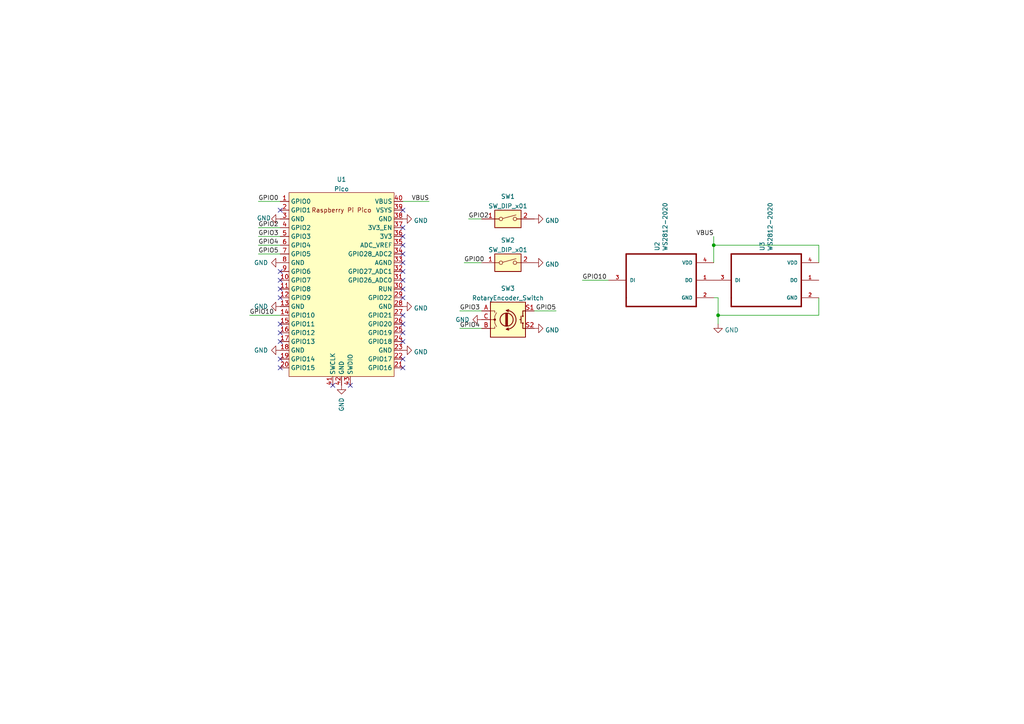
<source format=kicad_sch>
(kicad_sch (version 20211123) (generator eeschema)
  (paper "A4")
  (lib_symbols
    (symbol "Device:RotaryEncoder_Switch" (pin_names (offset 0.254) hide)
      (property "Reference" "SW" (at 0 6.604 0))
      (property "Value" "RotaryEncoder_Switch" (at 0 -6.604 0))
      (symbol "RotaryEncoder_Switch_0_1"
        (rectangle (start -5.08 5.08) (end 5.08 -5.08) (stroke (width 0.254)) (fill (type background)))
        (circle (center -3.81 0) (radius 0.254) (fill (type outline)))
        (arc (start -0.381 -2.794) (mid 2.3622 -0.0635) (end -0.381 2.667) (stroke (width 0.254)))
        (circle (center -0.381 0) (radius 1.905) (stroke (width 0.254)))
        (polyline (pts (xy -0.635 -1.778) (xy -0.635 1.778)) (stroke (width 0.254)))
        (polyline (pts (xy -0.381 -1.778) (xy -0.381 1.778)) (stroke (width 0.254)))
        (polyline (pts (xy -0.127 1.778) (xy -0.127 -1.778)) (stroke (width 0.254)))
        (polyline (pts (xy 3.81 0) (xy 3.429 0)) (stroke (width 0.254)))
        (polyline (pts (xy 3.81 1.016) (xy 3.81 -1.016)) (stroke (width 0.254)))
        (polyline (pts (xy -5.08 -2.54) (xy -3.81 -2.54) (xy -3.81 -2.032)))
        (polyline (pts (xy -5.08 2.54) (xy -3.81 2.54) (xy -3.81 2.032)))
        (polyline (pts (xy 0.254 -3.048) (xy -0.508 -2.794) (xy 0.127 -2.413)) (stroke (width 0.254)))
        (polyline (pts (xy 0.254 2.921) (xy -0.508 2.667) (xy 0.127 2.286)) (stroke (width 0.254)))
        (polyline (pts (xy 5.08 -2.54) (xy 4.318 -2.54) (xy 4.318 -1.016)) (stroke (width 0.254)))
        (polyline (pts (xy 5.08 2.54) (xy 4.318 2.54) (xy 4.318 1.016)) (stroke (width 0.254)))
        (polyline (pts (xy -5.08 0) (xy -3.81 0) (xy -3.81 -1.016) (xy -3.302 -2.032)))
        (polyline (pts (xy -4.318 0) (xy -3.81 0) (xy -3.81 1.016) (xy -3.302 2.032)))
        (circle (center 4.318 -1.016) (radius 0.127) (stroke (width 0.254)))
        (circle (center 4.318 1.016) (radius 0.127) (stroke (width 0.254)))
      )
      (symbol "RotaryEncoder_Switch_1_1"
        (pin passive line (at -7.62 2.54 0) (length 2.54) (name "A") (number "A"))
        (pin passive line (at -7.62 -2.54 0) (length 2.54) (name "B") (number "B"))
        (pin passive line (at -7.62 0 0) (length 2.54) (name "C") (number "C"))
        (pin passive line (at 7.62 2.54 180) (length 2.54) (name "S1") (number "S1"))
        (pin passive line (at 7.62 -2.54 180) (length 2.54) (name "S2") (number "S2"))
      )
    )
    (symbol "MCU_RaspberryPi_and_Boards:Pico"
      (property "Reference" "U" (at -13.97 27.94 0))
      (property "Value" "Pico" (at 0 19.05 0))
      (symbol "Pico_0_0"
        (text "Raspberry Pi Pico" (at 0 21.59 0) (effects (font (size 1.27 1.27))))
      )
      (symbol "Pico_0_1"
        (rectangle (start -15.24 26.67) (end 15.24 -26.67) (fill (type background)))
      )
      (symbol "Pico_1_1"
        (pin bidirectional line (at -17.78 24.13 0) (length 2.54) (name "GPIO0") (number "1"))
        (pin bidirectional line (at -17.78 1.27 0) (length 2.54) (name "GPIO7") (number "10"))
        (pin bidirectional line (at -17.78 -1.27 0) (length 2.54) (name "GPIO8") (number "11"))
        (pin bidirectional line (at -17.78 -3.81 0) (length 2.54) (name "GPIO9") (number "12"))
        (pin power_in line (at -17.78 -6.35 0) (length 2.54) (name "GND") (number "13"))
        (pin bidirectional line (at -17.78 -8.89 0) (length 2.54) (name "GPIO10") (number "14"))
        (pin bidirectional line (at -17.78 -11.43 0) (length 2.54) (name "GPIO11") (number "15"))
        (pin bidirectional line (at -17.78 -13.97 0) (length 2.54) (name "GPIO12") (number "16"))
        (pin bidirectional line (at -17.78 -16.51 0) (length 2.54) (name "GPIO13") (number "17"))
        (pin power_in line (at -17.78 -19.05 0) (length 2.54) (name "GND") (number "18"))
        (pin bidirectional line (at -17.78 -21.59 0) (length 2.54) (name "GPIO14") (number "19"))
        (pin bidirectional line (at -17.78 21.59 0) (length 2.54) (name "GPIO1") (number "2"))
        (pin bidirectional line (at -17.78 -24.13 0) (length 2.54) (name "GPIO15") (number "20"))
        (pin bidirectional line (at 17.78 -24.13 180) (length 2.54) (name "GPIO16") (number "21"))
        (pin bidirectional line (at 17.78 -21.59 180) (length 2.54) (name "GPIO17") (number "22"))
        (pin power_in line (at 17.78 -19.05 180) (length 2.54) (name "GND") (number "23"))
        (pin bidirectional line (at 17.78 -16.51 180) (length 2.54) (name "GPIO18") (number "24"))
        (pin bidirectional line (at 17.78 -13.97 180) (length 2.54) (name "GPIO19") (number "25"))
        (pin bidirectional line (at 17.78 -11.43 180) (length 2.54) (name "GPIO20") (number "26"))
        (pin bidirectional line (at 17.78 -8.89 180) (length 2.54) (name "GPIO21") (number "27"))
        (pin power_in line (at 17.78 -6.35 180) (length 2.54) (name "GND") (number "28"))
        (pin bidirectional line (at 17.78 -3.81 180) (length 2.54) (name "GPIO22") (number "29"))
        (pin power_in line (at -17.78 19.05 0) (length 2.54) (name "GND") (number "3"))
        (pin input line (at 17.78 -1.27 180) (length 2.54) (name "RUN") (number "30"))
        (pin bidirectional line (at 17.78 1.27 180) (length 2.54) (name "GPIO26_ADC0") (number "31"))
        (pin bidirectional line (at 17.78 3.81 180) (length 2.54) (name "GPIO27_ADC1") (number "32"))
        (pin power_in line (at 17.78 6.35 180) (length 2.54) (name "AGND") (number "33"))
        (pin bidirectional line (at 17.78 8.89 180) (length 2.54) (name "GPIO28_ADC2") (number "34"))
        (pin power_in line (at 17.78 11.43 180) (length 2.54) (name "ADC_VREF") (number "35"))
        (pin power_in line (at 17.78 13.97 180) (length 2.54) (name "3V3") (number "36"))
        (pin input line (at 17.78 16.51 180) (length 2.54) (name "3V3_EN") (number "37"))
        (pin bidirectional line (at 17.78 19.05 180) (length 2.54) (name "GND") (number "38"))
        (pin power_in line (at 17.78 21.59 180) (length 2.54) (name "VSYS") (number "39"))
        (pin bidirectional line (at -17.78 16.51 0) (length 2.54) (name "GPIO2") (number "4"))
        (pin power_in line (at 17.78 24.13 180) (length 2.54) (name "VBUS") (number "40"))
        (pin input line (at -2.54 -29.21 90) (length 2.54) (name "SWCLK") (number "41"))
        (pin power_in line (at 0 -29.21 90) (length 2.54) (name "GND") (number "42"))
        (pin bidirectional line (at 2.54 -29.21 90) (length 2.54) (name "SWDIO") (number "43"))
        (pin bidirectional line (at -17.78 13.97 0) (length 2.54) (name "GPIO3") (number "5"))
        (pin bidirectional line (at -17.78 11.43 0) (length 2.54) (name "GPIO4") (number "6"))
        (pin bidirectional line (at -17.78 8.89 0) (length 2.54) (name "GPIO5") (number "7"))
        (pin power_in line (at -17.78 6.35 0) (length 2.54) (name "GND") (number "8"))
        (pin bidirectional line (at -17.78 3.81 0) (length 2.54) (name "GPIO6") (number "9"))
      )
    )
    (symbol "Switch:SW_DIP_x01" (pin_names (offset 0) hide)
      (property "Reference" "SW" (at 0 3.81 0))
      (property "Value" "SW_DIP_x01" (at 0 -3.81 0))
      (symbol "SW_DIP_x01_0_0"
        (circle (center -2.032 0) (radius 0.508))
        (polyline (pts (xy -1.524 0.127) (xy 2.3622 1.1684)))
        (circle (center 2.032 0) (radius 0.508))
      )
      (symbol "SW_DIP_x01_0_1"
        (rectangle (start -3.81 2.54) (end 3.81 -2.54) (stroke (width 0.254)) (fill (type background)))
      )
      (symbol "SW_DIP_x01_1_1"
        (pin passive line (at -7.62 0 0) (length 5.08) (name "~") (number "1"))
        (pin passive line (at 7.62 0 180) (length 5.08) (name "~") (number "2"))
      )
    )
    (symbol "WS2812-2020:WS2812-2020" (pin_names (offset 1.016))
      (property "Reference" "U" (at -10.1854 7.6454 0))
      (property "Value" "WS2812-2020_WS2812-2020" (at -10.1854 -10.1854 0))
      (symbol "WS2812-2020_0_0"
        (polyline (pts (xy -10.16 -7.62) (xy -10.16 -5.08)) (stroke (width 0.4064)))
        (polyline (pts (xy -10.16 -5.08) (xy -10.16 7.62)) (stroke (width 0.4064)))
        (polyline (pts (xy -10.16 7.62) (xy 10.16 7.62)) (stroke (width 0.4064)))
        (polyline (pts (xy 10.16 -7.62) (xy -10.16 -7.62)) (stroke (width 0.4064)))
        (polyline (pts (xy 10.16 7.62) (xy 10.16 -7.62)) (stroke (width 0.4064)))
        (pin output line (at 15.24 0 180) (length 5.08) (name "DO") (number "1"))
        (pin power_in line (at 15.24 -5.08 180) (length 5.08) (name "GND") (number "2"))
        (pin input line (at -15.24 0 0) (length 5.08) (name "DI") (number "3"))
        (pin power_in line (at 15.24 5.08 180) (length 5.08) (name "VDD") (number "4"))
      )
    )
    (symbol "power:GND" (power) (pin_names (offset 0))
      (property "Value" "GND" (at 0 -3.81 0))
      (symbol "GND_0_1"
        (polyline (pts (xy 0 0) (xy 0 -1.27) (xy 1.27 -1.27) (xy 0 -2.54) (xy -1.27 -1.27) (xy 0 -1.27)))
      )
      (symbol "GND_1_1"
        (pin power_in line (at 0 0 270) (length 0) hide (name "GND") (number "1"))
      )
    )
  )
  (junction (at 207.01 71.12))
  (junction (at 208.28 91.44))
  (no_connect (at 116.84 73.66))
  (no_connect (at 116.84 71.12))
  (no_connect (at 116.84 68.58))
  (no_connect (at 116.84 66.04))
  (no_connect (at 116.84 60.96))
  (no_connect (at 116.84 99.06))
  (no_connect (at 116.84 96.52))
  (no_connect (at 116.84 93.98))
  (no_connect (at 116.84 91.44))
  (no_connect (at 116.84 86.36))
  (no_connect (at 116.84 81.28))
  (no_connect (at 116.84 78.74))
  (no_connect (at 116.84 76.2))
  (no_connect (at 101.6 111.76))
  (no_connect (at 96.52 111.76))
  (no_connect (at 116.84 106.68))
  (no_connect (at 116.84 104.14))
  (no_connect (at 81.28 86.36))
  (no_connect (at 81.28 93.98))
  (no_connect (at 81.28 60.96))
  (no_connect (at 81.28 78.74))
  (no_connect (at 81.28 81.28))
  (no_connect (at 81.28 83.82))
  (no_connect (at 81.28 96.52))
  (no_connect (at 81.28 99.06))
  (no_connect (at 81.28 104.14))
  (no_connect (at 81.28 106.68))
  (no_connect (at 116.84 83.82))
  (wire (pts (xy 74.93 58.42) (xy 81.28 58.42)))
  (wire (pts (xy 237.49 91.44) (xy 208.28 91.44)))
  (wire (pts (xy 135.89 63.5) (xy 139.7 63.5)))
  (wire (pts (xy 237.49 86.36) (xy 237.49 91.44)))
  (wire (pts (xy 133.35 90.17) (xy 139.7 90.17)))
  (wire (pts (xy 161.29 90.17) (xy 154.94 90.17)))
  (wire (pts (xy 207.01 68.58) (xy 207.01 71.12)))
  (wire (pts (xy 207.01 71.12) (xy 207.01 76.2)))
  (wire (pts (xy 116.84 58.42) (xy 124.46 58.42)))
  (wire (pts (xy 208.28 86.36) (xy 207.01 86.36)))
  (wire (pts (xy 168.91 81.28) (xy 176.53 81.28)))
  (wire (pts (xy 208.28 91.44) (xy 208.28 93.98)))
  (wire (pts (xy 237.49 71.12) (xy 207.01 71.12)))
  (wire (pts (xy 133.35 95.25) (xy 139.7 95.25)))
  (wire (pts (xy 74.93 73.66) (xy 81.28 73.66)))
  (wire (pts (xy 74.93 66.04) (xy 81.28 66.04)))
  (wire (pts (xy 74.93 71.12) (xy 81.28 71.12)))
  (wire (pts (xy 134.62 76.2) (xy 139.7 76.2)))
  (wire (pts (xy 208.28 91.44) (xy 208.28 86.36)))
  (wire (pts (xy 74.93 68.58) (xy 81.28 68.58)))
  (wire (pts (xy 72.39 91.44) (xy 81.28 91.44)))
  (wire (pts (xy 237.49 76.2) (xy 237.49 71.12)))
  (label "GPIO2" (at 135.89 63.5 0))
  (label "GPIO4" (at 74.93 71.12 0))
  (label "VBUS" (at 124.46 58.42 180))
  (label "GPIO10" (at 168.91 81.28 0))
  (label "GPIO4" (at 133.35 95.25 0))
  (label "GPIO0" (at 74.93 58.42 0))
  (label "GPIO3" (at 74.93 68.58 0))
  (label "GPIO3" (at 133.35 90.17 0))
  (label "VBUS" (at 207.01 68.58 180))
  (label "GPIO0" (at 134.62 76.2 0))
  (label "GPIO10" (at 72.39 91.44 0))
  (label "GPIO2" (at 74.93 66.04 0))
  (label "GPIO5" (at 74.93 73.66 0))
  (label "GPIO5" (at 161.29 90.17 180))
  (symbol (lib_id "power:GND") (at 116.84 63.5 90) (unit 1)
    (property "Reference" "#PWR0102" (effects hide))
    (property "Value" "GND" (at 120.015 63.979 90) (effects (justify right)))
  )
  (symbol (lib_id "MCU_RaspberryPi_and_Boards:Pico") (at 99.06 82.55 0) (unit 1)
    (property "Reference" "U1" (at 99.06 52.0405 0))
    (property "Value" "Pico" (at 99.06 54.8156 0))
    (property "Footprint" "MCU_RaspberryPi_and_Boards:RPi_Pico_SMD_TH" (effects hide))
  )
  (symbol (lib_id "WS2812-2020:WS2812-2020") (at 222.25 81.28 0) (unit 1)
    (property "Reference" "U3" (at 221.0816 72.8218 90) (effects (justify left)))
    (property "Value" "WS2812-2020" (at 223.393 72.8218 90) (effects (justify left)))
    (property "Footprint" "WS2812-2020:LED_WS2812-2020" (effects hide))
    (property "STANDARD" "Manufacturer Recommendations" (effects hide))
    (property "MANUFACTURER" "Worldsemi" (effects hide))
  )
  (symbol (lib_id "power:GND") (at 154.94 76.2 90) (unit 1)
    (property "Reference" "#PWR0104" (effects hide))
    (property "Value" "GND" (at 158.115 76.679 90) (effects (justify right)))
  )
  (symbol (lib_id "Switch:SW_DIP_x01") (at 147.32 63.5 0) (unit 1)
    (property "Reference" "SW1" (at 147.32 56.9935 0))
    (property "Value" "SW_DIP_x01" (at 147.32 59.7686 0))
    (property "Footprint" "Button_Switch_Keyboard:SW_Cherry_MX_1.00u_PCB" (effects hide))
  )
  (symbol (lib_id "power:GND") (at 139.7 92.71 270) (unit 1)
    (property "Reference" "#PWR0105" (effects hide))
    (property "Value" "GND" (at 132.08 92.71 90) (effects (justify left)))
  )
  (symbol (lib_id "Switch:SW_DIP_x01") (at 147.32 76.2 0) (unit 1)
    (property "Reference" "SW2" (at 147.32 69.6935 0))
    (property "Value" "SW_DIP_x01" (at 147.32 72.4686 0))
    (property "Footprint" "Button_Switch_Keyboard:SW_Cherry_MX_1.00u_PCB" (effects hide))
  )
  (symbol (lib_id "power:GND") (at 154.94 63.5 90) (unit 1)
    (property "Reference" "#PWR0103" (effects hide))
    (property "Value" "GND" (at 158.115 63.979 90) (effects (justify right)))
  )
  (symbol (lib_id "power:GND") (at 154.94 95.25 90) (unit 1)
    (property "Reference" "#PWR0101" (effects hide))
    (property "Value" "GND" (at 158.115 95.729 90) (effects (justify right)))
  )
  (symbol (lib_id "power:GND") (at 116.84 88.9 90) (unit 1)
    (property "Reference" "#PWR0107" (effects hide))
    (property "Value" "GND" (at 120.015 89.379 90) (effects (justify right)))
  )
  (symbol (lib_id "power:GND") (at 81.28 76.2 270) (unit 1)
    (property "Reference" "#PWR0110" (effects hide))
    (property "Value" "GND" (at 73.66 76.2 90) (effects (justify left)))
  )
  (symbol (lib_id "power:GND") (at 81.28 101.6 270) (unit 1)
    (property "Reference" "#PWR0109" (effects hide))
    (property "Value" "GND" (at 73.66 101.6 90) (effects (justify left)))
  )
  (symbol (lib_id "WS2812-2020:WS2812-2020") (at 191.77 81.28 0) (unit 1)
    (property "Reference" "U2" (at 190.6016 72.8218 90) (effects (justify left)))
    (property "Value" "WS2812-2020" (at 192.913 72.8218 90) (effects (justify left)))
    (property "Footprint" "WS2812-2020:LED_WS2812-2020" (effects hide))
    (property "STANDARD" "Manufacturer Recommendations" (effects hide))
    (property "MANUFACTURER" "Worldsemi" (effects hide))
  )
  (symbol (lib_id "Device:RotaryEncoder_Switch") (at 147.32 92.71 0) (unit 1)
    (property "Reference" "SW3" (at 147.32 83.6635 0))
    (property "Value" "RotaryEncoder_Switch" (at 147.32 86.4386 0))
    (property "Footprint" "Rotary_Encoder:RotaryEncoder_Alps_EC11E-Switch_Vertical_H20mm" (effects hide))
  )
  (symbol (lib_id "power:GND") (at 81.28 88.9 270) (unit 1)
    (property "Reference" "#PWR0108" (effects hide))
    (property "Value" "GND" (at 73.66 88.9 90) (effects (justify left)))
  )
  (symbol (lib_id "power:GND") (at 99.06 111.76 0) (unit 1)
    (property "Reference" "#PWR0112" (effects hide))
    (property "Value" "GND" (at 99.06 119.38 90) (effects (justify left)))
  )
  (symbol (lib_id "power:GND") (at 208.28 93.98 0) (unit 1)
    (property "Reference" "#PWR0113" (effects hide))
    (property "Value" "GND" (at 210.185 95.729 0) (effects (justify left)))
  )
  (symbol (lib_id "power:GND") (at 81.28 63.5 270) (unit 1)
    (property "Reference" "#PWR0111" (effects hide))
    (property "Value" "GND" (at 74.4952 63.2577 90) (effects (justify left)))
  )
  (symbol (lib_id "power:GND") (at 116.84 101.6 90) (unit 1)
    (property "Reference" "#PWR0106" (effects hide))
    (property "Value" "GND" (at 120.015 102.079 90) (effects (justify right)))
  )
)
</source>
